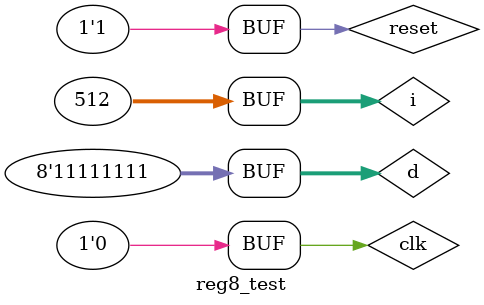
<source format=v>
module reg8_test;
wire [7:0]q;
reg [7:0]d;
reg clk,reset;
reg8 jith(d,reset,clk,q);
integer i;
initial begin
clk=0;
repeat(1000)
begin
clk=~clk;
#75;
end
end
initial begin
for(i=0;i<512;i=i+1)
begin
{reset,d}=i;
#125;
end
end
endmodule

</source>
